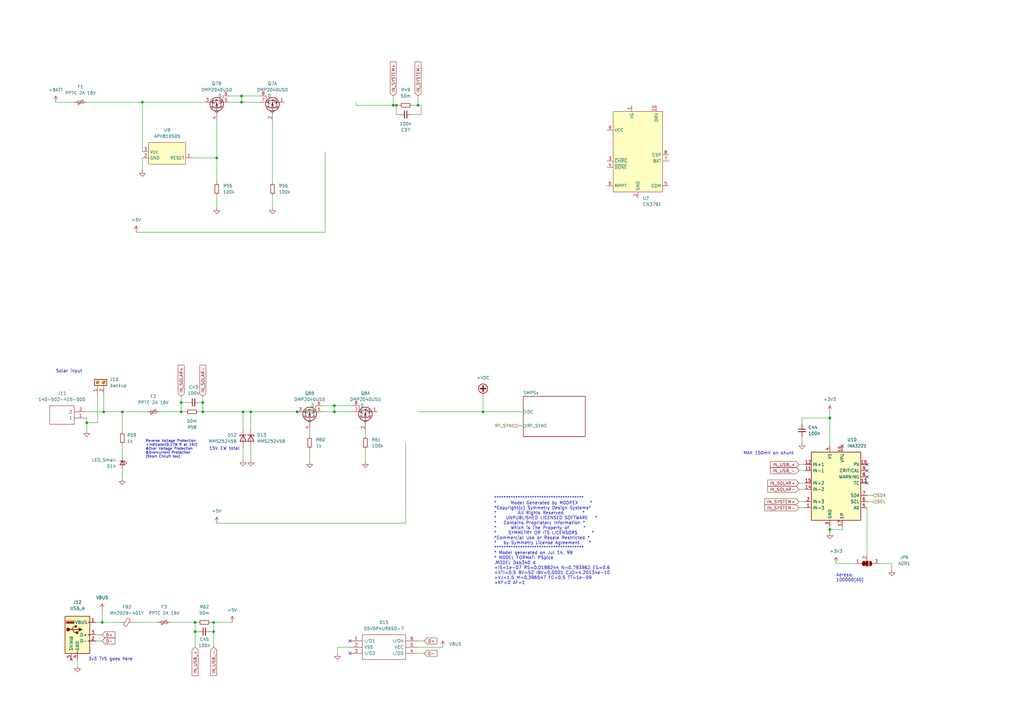
<source format=kicad_sch>
(kicad_sch (version 20211123) (generator eeschema)
  (paper "A3")
  (lib_symbols
    (symbol "Connector:Screw_Terminal_01x02" (pin_names (offset 1.016) hide)
      (property "Reference" "J" (at 0 2.54 0))
      (property "Value" "Screw_Terminal_01x02" (at 0 -5.08 0))
      (symbol "Screw_Terminal_01x02_1_1"
        (rectangle (start -1.27 1.27) (end 1.27 -3.81) (stroke (width 0.254)) (fill (type background)))
        (circle (center 0 -2.54) (radius 0.635) (stroke (width 0.1524)))
        (polyline (pts (xy -0.5334 -2.2098) (xy 0.3302 -3.048)) (stroke (width 0.1524)))
        (polyline (pts (xy -0.5334 0.3302) (xy 0.3302 -0.508)) (stroke (width 0.1524)))
        (polyline (pts (xy -0.3556 -2.032) (xy 0.508 -2.8702)) (stroke (width 0.1524)))
        (polyline (pts (xy -0.3556 0.508) (xy 0.508 -0.3302)) (stroke (width 0.1524)))
        (circle (center 0 0) (radius 0.635) (stroke (width 0.1524)))
        (pin passive line (at -5.08 0 0) (length 3.81) (name "Pin_1") (number "1"))
        (pin passive line (at -5.08 -2.54 0) (length 3.81) (name "Pin_2") (number "2"))
      )
    )
    (symbol "Connector:USB_A" (pin_names (offset 1.016))
      (property "Reference" "J" (at -5.08 11.43 0))
      (property "Value" "USB_A" (at -5.08 8.89 0))
      (symbol "USB_A_0_1"
        (rectangle (start -5.08 -7.62) (end 5.08 7.62) (stroke (width 0.254)) (fill (type background)))
        (circle (center -3.81 2.159) (radius 0.635) (stroke (width 0.254)) (fill (type outline)))
        (rectangle (start -1.524 4.826) (end -4.318 5.334) (fill (type outline)))
        (rectangle (start -1.27 4.572) (end -4.572 5.842))
        (circle (center -0.635 3.429) (radius 0.381) (stroke (width 0.254)) (fill (type outline)))
        (rectangle (start -0.127 -7.62) (end 0.127 -6.858))
        (polyline (pts (xy -3.175 2.159) (xy -2.54 2.159) (xy -1.27 3.429) (xy -0.635 3.429)) (stroke (width 0.254)))
        (polyline (pts (xy -2.54 2.159) (xy -1.905 2.159) (xy -1.27 0.889) (xy 0 0.889)) (stroke (width 0.254)))
        (polyline (pts (xy 0.635 2.794) (xy 0.635 1.524) (xy 1.905 2.159) (xy 0.635 2.794)) (stroke (width 0.254)) (fill (type outline)))
        (rectangle (start 0.254 1.27) (end -0.508 0.508) (stroke (width 0.254)) (fill (type outline)))
        (rectangle (start 5.08 -2.667) (end 4.318 -2.413))
        (rectangle (start 5.08 -0.127) (end 4.318 0.127))
        (rectangle (start 5.08 4.953) (end 4.318 5.207))
      )
      (symbol "USB_A_1_1"
        (polyline (pts (xy -1.905 2.159) (xy 0.635 2.159)) (stroke (width 0.254)))
        (pin power_in line (at 7.62 5.08 180) (length 2.54) (name "VBUS") (number "1"))
        (pin bidirectional line (at 7.62 -2.54 180) (length 2.54) (name "D-") (number "2"))
        (pin bidirectional line (at 7.62 0 180) (length 2.54) (name "D+") (number "3"))
        (pin power_in line (at 0 -10.16 90) (length 2.54) (name "GND") (number "4"))
        (pin passive line (at -2.54 -10.16 90) (length 2.54) (name "Shield") (number "5"))
      )
    )
    (symbol "Device:C_Small" (pin_numbers hide) (pin_names (offset 0.254) hide)
      (property "Reference" "C" (at 0.254 1.778 0))
      (property "Value" "C_Small" (at 0.254 -2.032 0))
      (symbol "C_Small_0_1"
        (polyline (pts (xy -1.524 -0.508) (xy 1.524 -0.508)) (stroke (width 0.3302)))
        (polyline (pts (xy -1.524 0.508) (xy 1.524 0.508)) (stroke (width 0.3048)))
      )
      (symbol "C_Small_1_1"
        (pin passive line (at 0 2.54 270) (length 2.032) (name "~") (number "1"))
        (pin passive line (at 0 -2.54 90) (length 2.032) (name "~") (number "2"))
      )
    )
    (symbol "Device:D_Zener" (pin_numbers hide) (pin_names (offset 1.016) hide)
      (property "Reference" "D" (at 0 2.54 0))
      (property "Value" "D_Zener" (at 0 -2.54 0))
      (symbol "D_Zener_0_1"
        (polyline (pts (xy 1.27 0) (xy -1.27 0)))
        (polyline (pts (xy -1.27 -1.27) (xy -1.27 1.27) (xy -0.762 1.27)) (stroke (width 0.254)))
        (polyline (pts (xy 1.27 -1.27) (xy 1.27 1.27) (xy -1.27 0) (xy 1.27 -1.27)) (stroke (width 0.254)))
      )
      (symbol "D_Zener_1_1"
        (pin passive line (at -3.81 0 0) (length 2.54) (name "K") (number "1"))
        (pin passive line (at 3.81 0 180) (length 2.54) (name "A") (number "2"))
      )
    )
    (symbol "Device:FerriteBead_Small" (pin_numbers hide) (pin_names (offset 0))
      (property "Reference" "FB" (at 1.905 1.27 0))
      (property "Value" "FerriteBead_Small" (at 1.905 -1.27 0))
      (symbol "FerriteBead_Small_0_1"
        (polyline (pts (xy 0 -1.27) (xy 0 -0.7874)))
        (polyline (pts (xy 0 0.889) (xy 0 1.2954)))
        (polyline (pts (xy -1.8288 0.2794) (xy -1.1176 1.4986) (xy 1.8288 -0.2032) (xy 1.1176 -1.4224) (xy -1.8288 0.2794)))
      )
      (symbol "FerriteBead_Small_1_1"
        (pin passive line (at 0 2.54 270) (length 1.27) (name "~") (number "1"))
        (pin passive line (at 0 -2.54 90) (length 1.27) (name "~") (number "2"))
      )
    )
    (symbol "Device:LED_Small" (pin_numbers hide) (pin_names (offset 0.254) hide)
      (property "Reference" "D" (at -1.27 3.175 0))
      (property "Value" "LED_Small" (at -4.445 -2.54 0))
      (symbol "LED_Small_0_1"
        (polyline (pts (xy -0.762 -1.016) (xy -0.762 1.016)) (stroke (width 0.254)))
        (polyline (pts (xy 1.016 0) (xy -0.762 0)))
        (polyline (pts (xy 0.762 -1.016) (xy -0.762 0) (xy 0.762 1.016) (xy 0.762 -1.016)) (stroke (width 0.254)))
        (polyline (pts (xy 0 0.762) (xy -0.508 1.27) (xy -0.254 1.27) (xy -0.508 1.27) (xy -0.508 1.016)))
        (polyline (pts (xy 0.508 1.27) (xy 0 1.778) (xy 0.254 1.778) (xy 0 1.778) (xy 0 1.524)))
      )
      (symbol "LED_Small_1_1"
        (pin passive line (at -2.54 0 0) (length 1.778) (name "K") (number "1"))
        (pin passive line (at 2.54 0 180) (length 1.778) (name "A") (number "2"))
      )
    )
    (symbol "Device:Polyfuse_Small" (pin_numbers hide) (pin_names (offset 0))
      (property "Reference" "F" (at -1.905 0 90))
      (property "Value" "Polyfuse_Small" (at 1.905 0 90))
      (symbol "Polyfuse_Small_0_1"
        (rectangle (start -0.508 1.27) (end 0.508 -1.27))
        (polyline (pts (xy 0 2.54) (xy 0 -2.54)))
        (polyline (pts (xy -1.016 1.27) (xy -1.016 0.762) (xy 1.016 -0.762) (xy 1.016 -1.27)))
      )
      (symbol "Polyfuse_Small_1_1"
        (pin passive line (at 0 2.54 270) (length 0.635) (name "~") (number "1"))
        (pin passive line (at 0 -2.54 90) (length 0.635) (name "~") (number "2"))
      )
    )
    (symbol "Device:R_Small" (pin_numbers hide) (pin_names (offset 0.254) hide)
      (property "Reference" "R" (at 0.762 0.508 0))
      (property "Value" "R_Small" (at 0.762 -1.016 0))
      (symbol "R_Small_0_1"
        (rectangle (start -0.762 1.778) (end 0.762 -1.778) (stroke (width 0.2032)))
      )
      (symbol "R_Small_1_1"
        (pin passive line (at 0 2.54 270) (length 0.762) (name "~") (number "1"))
        (pin passive line (at 0 -2.54 90) (length 0.762) (name "~") (number "2"))
      )
    )
    (symbol "Jumper:SolderJumper_3_Bridged12" (pin_names (offset 0) hide)
      (property "Reference" "JP" (at -2.54 -2.54 0))
      (property "Value" "SolderJumper_3_Bridged12" (at 0 2.794 0))
      (symbol "SolderJumper_3_Bridged12_0_1"
        (rectangle (start -1.016 0.508) (end -0.508 -0.508) (fill (type outline)))
        (arc (start -1.016 1.016) (mid -2.032 0) (end -1.016 -1.016))
        (arc (start -1.016 1.016) (mid -2.032 0) (end -1.016 -1.016) (fill (type outline)))
        (rectangle (start -0.508 1.016) (end 0.508 -1.016) (fill (type outline)))
        (polyline (pts (xy -2.54 0) (xy -2.032 0)))
        (polyline (pts (xy -1.016 1.016) (xy -1.016 -1.016)))
        (polyline (pts (xy 0 -1.27) (xy 0 -1.016)))
        (polyline (pts (xy 1.016 1.016) (xy 1.016 -1.016)))
        (polyline (pts (xy 2.54 0) (xy 2.032 0)))
        (arc (start 1.016 -1.016) (mid 2.032 0) (end 1.016 1.016))
        (arc (start 1.016 -1.016) (mid 2.032 0) (end 1.016 1.016) (fill (type outline)))
      )
      (symbol "SolderJumper_3_Bridged12_1_1"
        (pin passive line (at -5.08 0 0) (length 2.54) (name "A") (number "1"))
        (pin passive line (at 0 -3.81 90) (length 2.54) (name "C") (number "2"))
        (pin passive line (at 5.08 0 180) (length 2.54) (name "B") (number "3"))
      )
    )
    (symbol "My_custom_lib:APX810S05"
      (property "Reference" "U" (at 0 6.35 0))
      (property "Value" "APX810S05" (at 0 3.81 0))
      (symbol "APX810S05_0_1"
        (rectangle (start -6.35 5.08) (end 8.89 -3.81) (fill (type background)))
      )
      (symbol "APX810S05_1_1"
        (pin output line (at 11.43 -1.27 180) (length 2.54) (name "RESET") (number "1"))
        (pin power_in line (at -8.89 -1.27 0) (length 2.54) (name "GND") (number "2"))
        (pin power_in line (at -8.89 1.27 0) (length 2.54) (name "Vcc") (number "3"))
      )
    )
    (symbol "My_custom_lib:CN3791"
      (property "Reference" "U" (at 5.08 36.83 0))
      (property "Value" "CN3791" (at 5.08 36.83 0))
      (symbol "CN3791_0_1"
        (rectangle (start -10.16 17.78) (end 10.16 -15.24) (fill (type background)))
      )
      (symbol "CN3791_1_1"
        (pin input line (at -2.54 20.32 270) (length 2.54) (name "VG") (number "1"))
        (pin input line (at 7.62 20.32 270) (length 2.54) (name "DRV") (number "10"))
        (pin input line (at 0 -17.78 90) (length 2.54) (name "GND") (number "2"))
        (pin input line (at -12.7 -2.54 0) (length 2.54) (name "~{CHRG}") (number "3"))
        (pin input line (at -12.7 -5.08 0) (length 2.54) (name "~{DONE}") (number "4"))
        (pin input line (at 12.7 -12.7 180) (length 2.54) (name "COM") (number "5"))
        (pin input line (at -12.7 -12.7 0) (length 2.54) (name "MPPT") (number "6"))
        (pin input line (at 12.7 -2.54 180) (length 2.54) (name "BAT") (number "7"))
        (pin input line (at 12.7 0 180) (length 2.54) (name "CSP") (number "8"))
        (pin input line (at -12.7 10.16 0) (length 2.54) (name "VCC") (number "9"))
      )
    )
    (symbol "My_custom_lib:DMP2040USD"
      (property "Reference" "Q" (at -7.62 5.08 0))
      (property "Value" "DMP2040USD" (at -7.62 7.62 0))
      (symbol "DMP2040USD_0_1"
        (circle (center -0.889 0) (radius 2.794) (stroke (width 0.254)))
        (circle (center 0 -1.778) (radius 0.254) (fill (type outline)))
        (polyline (pts (xy -2.286 0) (xy -5.08 0)))
        (polyline (pts (xy -2.286 1.905) (xy -2.286 -1.905)) (stroke (width 0.254)))
        (polyline (pts (xy -1.778 -1.27) (xy -1.778 -2.286)) (stroke (width 0.254)))
        (polyline (pts (xy -1.778 0.508) (xy -1.778 -0.508)) (stroke (width 0.254)))
        (polyline (pts (xy -1.778 2.286) (xy -1.778 1.27)) (stroke (width 0.254)))
        (polyline (pts (xy 0 2.54) (xy 0 1.778)))
        (polyline (pts (xy 2.54 2.54) (xy 0 2.54)))
        (polyline (pts (xy 0 -2.54) (xy 0 0) (xy -1.778 0)))
        (polyline (pts (xy -1.778 1.778) (xy 0.762 1.778) (xy 0.762 -1.778) (xy -1.778 -1.778)))
        (polyline (pts (xy -0.254 0) (xy -1.27 0.381) (xy -1.27 -0.381) (xy -0.254 0)) (fill (type outline)))
        (polyline (pts (xy 0.254 -0.508) (xy 0.381 -0.381) (xy 1.143 -0.381) (xy 1.27 -0.254)))
        (polyline (pts (xy 0.762 -0.381) (xy 0.381 0.254) (xy 1.143 0.254) (xy 0.762 -0.381)))
        (circle (center 0 1.778) (radius 0.254) (fill (type outline)))
      )
      (symbol "DMP2040USD_1_1"
        (pin passive line (at 0 -5.08 90) (length 2.54) (name "S") (number "1"))
        (pin passive line (at -7.62 0 0) (length 2.54) (name "G") (number "2"))
        (pin passive line (at 0 5.08 270) (length 2.54) (name "D") (number "7"))
        (pin passive line (at 2.54 5.08 270) (length 2.54) (name "D") (number "8"))
      )
      (symbol "DMP2040USD_2_1"
        (pin passive line (at 0 -5.08 90) (length 2.54) (name "S") (number "3"))
        (pin passive line (at -7.62 0 0) (length 2.54) (name "G") (number "4"))
        (pin passive line (at 0 5.08 270) (length 2.54) (name "D") (number "5"))
        (pin passive line (at 2.54 5.08 270) (length 2.54) (name "D") (number "6"))
      )
    )
    (symbol "Power_Management:INA3221"
      (property "Reference" "U" (at -10.16 17.78 0))
      (property "Value" "INA3221" (at 5.08 17.78 0))
      (symbol "INA3221_0_1"
        (rectangle (start 10.16 -12.7) (end -10.16 15.24) (stroke (width 0.254)) (fill (type background)))
      )
      (symbol "INA3221_1_1"
        (pin input line (at -12.7 -7.62 0) (length 2.54) (name "IN-3") (number "1"))
        (pin open_collector line (at 12.7 10.16 180) (length 2.54) (name "PV") (number "10"))
        (pin input line (at -12.7 7.62 0) (length 2.54) (name "IN-1") (number "11"))
        (pin input line (at -12.7 10.16 0) (length 2.54) (name "IN+1") (number "12"))
        (pin open_collector line (at 12.7 2.54 180) (length 2.54) (name "TC") (number "13"))
        (pin input line (at -12.7 0 0) (length 2.54) (name "IN-2") (number "14"))
        (pin input line (at -12.7 2.54 0) (length 2.54) (name "IN+2") (number "15"))
        (pin power_in line (at 2.54 17.78 270) (length 2.54) (name "VPU") (number "16"))
        (pin passive line (at 2.54 -15.24 90) (length 2.54) (name "EP") (number "17"))
        (pin input line (at -12.7 -5.08 0) (length 2.54) (name "IN+3") (number "2"))
        (pin power_in line (at -2.54 -15.24 90) (length 2.54) (name "GND") (number "3"))
        (pin power_in line (at -2.54 17.78 270) (length 2.54) (name "VS") (number "4"))
        (pin input line (at 12.7 -7.62 180) (length 2.54) (name "A0") (number "5"))
        (pin input line (at 12.7 -5.08 180) (length 2.54) (name "SCL") (number "6"))
        (pin bidirectional line (at 12.7 -2.54 180) (length 2.54) (name "SDA") (number "7"))
        (pin open_collector line (at 12.7 5.08 180) (length 2.54) (name "WARNING") (number "8"))
        (pin open_collector line (at 12.7 7.62 180) (length 2.54) (name "CRITICAL") (number "9"))
      )
    )
    (symbol "SamacSys_Parts:140-502-415-000" (pin_names (offset 0.762))
      (property "Reference" "J" (at 16.51 7.62 0))
      (property "Value" "140-502-415-000" (at 16.51 5.08 0))
      (symbol "140-502-415-000_0_0"
        (pin passive line (at 0 0 0) (length 5.08) (name "1") (number "1"))
        (pin passive line (at 0 -2.54 0) (length 5.08) (name "2") (number "2"))
      )
      (symbol "140-502-415-000_0_1"
        (polyline (pts (xy 5.08 2.54) (xy 15.24 2.54) (xy 15.24 -5.08) (xy 5.08 -5.08) (xy 5.08 2.54)) (stroke (width 0.1524)))
      )
    )
    (symbol "SamacSys_Parts:D5V0P4UR6SO-7" (pin_names (offset 0.762))
      (property "Reference" "D" (at 24.13 7.62 0))
      (property "Value" "D5V0P4UR6SO-7" (at 24.13 5.08 0))
      (symbol "D5V0P4UR6SO-7_0_0"
        (pin passive line (at 0 0 0) (length 5.08) (name "I/O1") (number "1"))
        (pin passive line (at 0 -2.54 0) (length 5.08) (name "VSS") (number "2"))
        (pin passive line (at 0 -5.08 0) (length 5.08) (name "I/O2") (number "3"))
        (pin passive line (at 27.94 -5.08 180) (length 5.08) (name "I/O3") (number "4"))
        (pin passive line (at 27.94 -2.54 180) (length 5.08) (name "VCC") (number "5"))
        (pin passive line (at 27.94 0 180) (length 5.08) (name "I/O4") (number "6"))
      )
      (symbol "D5V0P4UR6SO-7_0_1"
        (polyline (pts (xy 5.08 2.54) (xy 22.86 2.54) (xy 22.86 -7.62) (xy 5.08 -7.62) (xy 5.08 2.54)) (stroke (width 0.1524)))
      )
    )
    (symbol "power:+3V3" (power) (pin_names (offset 0))
      (property "Value" "+3V3" (at 0 3.556 0))
      (symbol "+3V3_0_1"
        (polyline (pts (xy -0.762 1.27) (xy 0 2.54)))
        (polyline (pts (xy 0 0) (xy 0 2.54)))
        (polyline (pts (xy 0 2.54) (xy 0.762 1.27)))
      )
      (symbol "+3V3_1_1"
        (pin power_in line (at 0 0 90) (length 0) hide (name "+3V3") (number "1"))
      )
    )
    (symbol "power:+5V" (power) (pin_names (offset 0))
      (property "Value" "+5V" (at 0 3.556 0))
      (symbol "+5V_0_1"
        (polyline (pts (xy -0.762 1.27) (xy 0 2.54)))
        (polyline (pts (xy 0 0) (xy 0 2.54)))
        (polyline (pts (xy 0 2.54) (xy 0.762 1.27)))
      )
      (symbol "+5V_1_1"
        (pin power_in line (at 0 0 90) (length 0) hide (name "+5V") (number "1"))
      )
    )
    (symbol "power:+BATT" (power) (pin_names (offset 0))
      (property "Value" "+BATT" (at 0 3.556 0))
      (symbol "+BATT_0_1"
        (polyline (pts (xy -0.762 1.27) (xy 0 2.54)))
        (polyline (pts (xy 0 0) (xy 0 2.54)))
        (polyline (pts (xy 0 2.54) (xy 0.762 1.27)))
      )
      (symbol "+BATT_1_1"
        (pin power_in line (at 0 0 90) (length 0) hide (name "+BATT") (number "1"))
      )
    )
    (symbol "power:+VDC" (power) (pin_names (offset 0))
      (property "Value" "+VDC" (at 0 6.35 0))
      (symbol "+VDC_0_1"
        (polyline (pts (xy -1.143 3.175) (xy 1.143 3.175)) (stroke (width 0.508)))
        (polyline (pts (xy 0 0) (xy 0 1.27)))
        (polyline (pts (xy 0 2.032) (xy 0 4.318)) (stroke (width 0.508)))
        (circle (center 0 3.175) (radius 1.905) (stroke (width 0.254)))
      )
      (symbol "+VDC_1_1"
        (pin power_in line (at 0 0 90) (length 0) hide (name "+VDC") (number "1"))
      )
    )
    (symbol "power:GND" (power) (pin_names (offset 0))
      (property "Value" "GND" (at 0 -3.81 0))
      (symbol "GND_0_1"
        (polyline (pts (xy 0 0) (xy 0 -1.27) (xy 1.27 -1.27) (xy 0 -2.54) (xy -1.27 -1.27) (xy 0 -1.27)))
      )
      (symbol "GND_1_1"
        (pin power_in line (at 0 0 270) (length 0) hide (name "GND") (number "1"))
      )
    )
    (symbol "power:VBUS" (power) (pin_names (offset 0))
      (property "Value" "VBUS" (at 0 3.81 0))
      (symbol "VBUS_0_1"
        (polyline (pts (xy -0.762 1.27) (xy 0 2.54)))
        (polyline (pts (xy 0 0) (xy 0 2.54)))
        (polyline (pts (xy 0 2.54) (xy 0.762 1.27)))
      )
      (symbol "VBUS_1_1"
        (pin power_in line (at 0 0 90) (length 0) hide (name "VBUS") (number "1"))
      )
    )
  )
  (junction (at 83.185 168.91))
  (junction (at 88.9 64.77))
  (junction (at 58.42 41.91))
  (junction (at 80.01 259.08))
  (junction (at 41.91 255.27))
  (junction (at 340.36 171.45))
  (junction (at 74.295 165.1))
  (junction (at 83.185 165.1))
  (junction (at 74.295 168.91))
  (junction (at 198.12 168.91))
  (junction (at 80.01 255.27))
  (junction (at 99.06 39.37))
  (junction (at 161.29 43.18))
  (junction (at 137.16 168.91))
  (junction (at 171.45 43.18))
  (junction (at 102.87 168.91))
  (junction (at 87.63 259.08))
  (junction (at 35.56 173.355))
  (junction (at 137.16 166.37))
  (junction (at 121.92 168.91))
  (junction (at 162.56 43.18))
  (junction (at 99.06 41.91))
  (junction (at 50.165 168.91))
  (junction (at 87.63 255.27))
  (junction (at 340.36 217.17))
  (junction (at 42.545 168.91))
  (junction (at 99.695 168.91))
  (no_connect (at 355.6 198.12))
  (no_connect (at 29.21 270.51))
  (no_connect (at 355.6 195.58))
  (no_connect (at 143.51 267.97))
  (no_connect (at 143.51 262.89))
  (no_connect (at 355.6 193.04))
  (no_connect (at 345.44 182.88))
  (no_connect (at 355.6 190.5))
  (wire (pts (xy 58.42 41.91) (xy 83.82 41.91)))
  (wire (pts (xy 149.86 184.15) (xy 149.86 189.23)))
  (wire (pts (xy 74.295 165.1) (xy 76.835 165.1)))
  (wire (pts (xy 22.86 41.91) (xy 30.48 41.91)))
  (wire (pts (xy 340.36 171.45) (xy 340.36 182.88)))
  (wire (pts (xy 86.36 255.27) (xy 87.63 255.27)))
  (wire (pts (xy 168.91 46.99) (xy 172.72 46.99)))
  (wire (pts (xy 171.45 262.89) (xy 173.99 262.89)))
  (wire (pts (xy 35.56 173.355) (xy 35.56 176.53)))
  (wire (pts (xy 83.185 168.91) (xy 83.185 165.1)))
  (wire (pts (xy 87.63 259.08) (xy 87.63 265.43)))
  (wire (pts (xy 41.91 250.19) (xy 41.91 255.27)))
  (wire (pts (xy 50.165 168.91) (xy 60.325 168.91)))
  (wire (pts (xy 87.63 255.27) (xy 87.63 259.08)))
  (wire (pts (xy 83.185 165.1) (xy 83.185 162.56)))
  (wire (pts (xy 88.9 64.77) (xy 88.9 74.93)))
  (wire (pts (xy 181.61 265.43) (xy 171.45 265.43)))
  (wire (pts (xy 355.6 205.74) (xy 358.14 205.74)))
  (wire (pts (xy 65.405 168.91) (xy 74.295 168.91)))
  (wire (pts (xy 35.56 168.91) (xy 42.545 168.91)))
  (wire (pts (xy 41.91 255.27) (xy 49.53 255.27)))
  (wire (pts (xy 93.98 39.37) (xy 99.06 39.37)))
  (wire (pts (xy 55.88 95.25) (xy 133.35 95.25)))
  (wire (pts (xy 340.36 215.9) (xy 340.36 217.17)))
  (wire (pts (xy 35.56 173.355) (xy 40.005 173.355)))
  (wire (pts (xy 171.45 39.37) (xy 171.45 43.18)))
  (wire (pts (xy 99.06 39.37) (xy 99.06 41.91)))
  (wire (pts (xy 99.695 183.515) (xy 99.695 188.595)))
  (wire (pts (xy 40.005 161.925) (xy 40.005 173.355)))
  (wire (pts (xy 161.29 39.37) (xy 161.29 43.18)))
  (wire (pts (xy 80.01 259.08) (xy 81.28 259.08)))
  (wire (pts (xy 360.68 231.14) (xy 365.76 231.14)))
  (wire (pts (xy 58.42 64.77) (xy 58.42 69.85)))
  (wire (pts (xy 355.6 208.28) (xy 355.6 227.33)))
  (wire (pts (xy 31.75 270.51) (xy 31.75 273.05)))
  (wire (pts (xy 99.06 41.91) (xy 106.68 41.91)))
  (wire (pts (xy 163.83 46.99) (xy 162.56 46.99)))
  (wire (pts (xy 111.76 49.53) (xy 111.76 74.93)))
  (wire (pts (xy 328.93 179.07) (xy 328.93 181.61)))
  (wire (pts (xy 83.185 168.91) (xy 99.695 168.91)))
  (wire (pts (xy 39.37 262.89) (xy 41.91 262.89)))
  (wire (pts (xy 127 176.53) (xy 127 179.07)))
  (wire (pts (xy 342.9 231.14) (xy 350.52 231.14)))
  (wire (pts (xy 132.08 166.37) (xy 137.16 166.37)))
  (wire (pts (xy 138.43 265.43) (xy 143.51 265.43)))
  (wire (pts (xy 127 184.15) (xy 127 189.23)))
  (wire (pts (xy 345.44 217.17) (xy 340.36 217.17)))
  (wire (pts (xy 146.05 43.18) (xy 161.29 43.18)))
  (wire (pts (xy 171.45 267.97) (xy 173.99 267.97)))
  (wire (pts (xy 327.66 205.74) (xy 330.2 205.74)))
  (wire (pts (xy 166.37 181.61) (xy 166.37 214.63)))
  (wire (pts (xy 58.42 41.91) (xy 58.42 62.23)))
  (wire (pts (xy 35.56 41.91) (xy 58.42 41.91)))
  (wire (pts (xy 88.9 49.53) (xy 88.9 64.77)))
  (wire (pts (xy 102.87 183.515) (xy 102.87 188.595)))
  (wire (pts (xy 42.545 161.925) (xy 42.545 168.91)))
  (wire (pts (xy 327.66 190.5) (xy 330.2 190.5)))
  (wire (pts (xy 80.01 255.27) (xy 81.28 255.27)))
  (wire (pts (xy 35.56 171.45) (xy 35.56 173.355)))
  (wire (pts (xy 146.05 41.91) (xy 146.05 43.18)))
  (wire (pts (xy 162.56 43.18) (xy 162.56 46.99)))
  (wire (pts (xy 345.44 215.9) (xy 345.44 217.17)))
  (wire (pts (xy 365.76 231.14) (xy 365.76 233.68)))
  (wire (pts (xy 149.86 176.53) (xy 149.86 179.07)))
  (wire (pts (xy 102.87 168.91) (xy 102.87 175.895)))
  (wire (pts (xy 161.29 43.18) (xy 162.56 43.18)))
  (wire (pts (xy 50.165 196.215) (xy 50.165 192.405)))
  (wire (pts (xy 87.63 255.27) (xy 95.25 255.27)))
  (wire (pts (xy 137.16 166.37) (xy 137.16 168.91)))
  (wire (pts (xy 102.87 168.91) (xy 121.92 168.91)))
  (wire (pts (xy 39.37 260.35) (xy 41.91 260.35)))
  (wire (pts (xy 162.56 43.18) (xy 163.83 43.18)))
  (wire (pts (xy 74.295 168.91) (xy 76.2 168.91)))
  (wire (pts (xy 137.16 166.37) (xy 144.78 166.37)))
  (wire (pts (xy 212.725 174.625) (xy 214.63 174.625)))
  (wire (pts (xy 50.165 168.91) (xy 50.165 177.165)))
  (wire (pts (xy 328.93 173.99) (xy 328.93 171.45)))
  (wire (pts (xy 111.76 80.01) (xy 111.76 85.09)))
  (wire (pts (xy 137.16 168.91) (xy 144.78 168.91)))
  (wire (pts (xy 138.43 265.43) (xy 138.43 267.97)))
  (wire (pts (xy 80.01 265.43) (xy 80.01 259.08)))
  (wire (pts (xy 54.61 255.27) (xy 64.77 255.27)))
  (wire (pts (xy 327.66 208.28) (xy 330.2 208.28)))
  (wire (pts (xy 88.9 214.63) (xy 166.37 214.63)))
  (wire (pts (xy 168.91 43.18) (xy 171.45 43.18)))
  (wire (pts (xy 93.98 41.91) (xy 99.06 41.91)))
  (wire (pts (xy 81.915 165.1) (xy 83.185 165.1)))
  (wire (pts (xy 99.695 168.91) (xy 102.87 168.91)))
  (wire (pts (xy 50.165 187.325) (xy 50.165 182.245)))
  (wire (pts (xy 327.66 198.12) (xy 330.2 198.12)))
  (wire (pts (xy 131.445 168.91) (xy 121.92 168.91)))
  (wire (pts (xy 42.545 168.91) (xy 50.165 168.91)))
  (wire (pts (xy 86.36 259.08) (xy 87.63 259.08)))
  (wire (pts (xy 74.295 165.1) (xy 74.295 162.56)))
  (wire (pts (xy 99.06 39.37) (xy 106.68 39.37)))
  (wire (pts (xy 340.36 168.91) (xy 340.36 171.45)))
  (wire (pts (xy 340.36 217.17) (xy 340.36 218.44)))
  (wire (pts (xy 171.45 43.18) (xy 172.72 43.18)))
  (wire (pts (xy 172.72 46.99) (xy 172.72 43.18)))
  (wire (pts (xy 39.37 255.27) (xy 41.91 255.27)))
  (wire (pts (xy 355.6 203.2) (xy 358.14 203.2)))
  (wire (pts (xy 198.12 168.91) (xy 214.63 168.91)))
  (wire (pts (xy 132.08 168.91) (xy 137.16 168.91)))
  (wire (pts (xy 327.66 193.04) (xy 330.2 193.04)))
  (wire (pts (xy 74.295 168.91) (xy 74.295 165.1)))
  (wire (pts (xy 80.01 255.27) (xy 80.01 259.08)))
  (wire (pts (xy 69.85 255.27) (xy 80.01 255.27)))
  (wire (pts (xy 78.74 64.77) (xy 88.9 64.77)))
  (wire (pts (xy 81.28 168.91) (xy 83.185 168.91)))
  (wire (pts (xy 327.66 200.66) (xy 330.2 200.66)))
  (wire (pts (xy 328.93 171.45) (xy 340.36 171.45)))
  (wire (pts (xy 171.45 168.91) (xy 198.12 168.91)))
  (wire (pts (xy 198.12 162.56) (xy 198.12 168.91)))
  (wire (pts (xy 88.9 80.01) (xy 88.9 85.09)))
  (wire (pts (xy 133.35 62.23) (xy 133.35 95.25)))
  (wire (pts (xy 99.695 168.91) (xy 99.695 175.895)))
  (text "MAX 150mV on shunt" (at 304.8 186.69 0) (effects (font (size 1.27 1.27)) (justify left bottom)))
  (text "Reverse Voltage Protection\n+Indicator(0.17W R at 15V)\n&Over Voltage Protection\n&Overcurrent Protection\n(Short Circuit too)\n" (at 59.69 187.96 0) (effects (font (size 1 1)) (justify left bottom)))
  (text "**************************************\n*      Model Generated by MODPEX     *\n*Copyright(c) Symmetry Design Systems*\n*         All Rights Reserved        *\n*    UNPUBLISHED LICENSED SOFTWARE   *\n*   Contains Proprietary Information *\n*      Which is The Property of      *\n*     SYMMETRY OR ITS LICENSORS      *\n*Commercial Use or Resale Restricted *\n*   by Symmetry License Agreement    *\n**************************************\n* Model generated on Jul 14, 99\n* MODEL FORMAT: PSpice\n.MODEL Dsb340 d\n+IS=1e-07 RS=0.0188244 N=0.793962 EG=0.6\n+XTI=0.5 BV=52 IBV=0.0001 CJO=4.20134e-10\n+VJ=1.5 M=0.396547 FC=0.5 TT=1e-09\n+KF=0 AF=1\n\n" (at 202.565 241.935 0) (effects (font (size 1.27 1.27)) (justify left bottom)))
  (text "Solar input" (at 22.86 153.035 0) (effects (font (size 1.27 1.27)) (justify left bottom)))
  (text "15V 1W total" (at 85.725 184.785 0) (effects (font (size 1.27 1.27)) (justify left bottom)))
  (text "3v3 TVS goes here\n" (at 36.195 271.145 0) (effects (font (size 1.27 1.27)) (justify left bottom)))
  (text "Adress:\n100000[A0]" (at 342.9 238.76 0) (effects (font (size 1.27 1.27)) (justify left bottom)))
  (global_label "IN_SOLAR+" (shape input) (at 327.66 198.12 180) (property "Intersheet References" "${INTERSHEET_REFS}" (effects hide)))
  (global_label "IN_USB_+" (shape input) (at 80.01 265.43 270) (property "Intersheet References" "${INTERSHEET_REFS}" (effects hide)))
  (global_label "IN_SYSTEM-" (shape input) (at 327.66 208.28 180) (property "Intersheet References" "${INTERSHEET_REFS}" (effects hide)))
  (global_label "D+" (shape input) (at 173.99 262.89 0) (property "Intersheet References" "${INTERSHEET_REFS}" (effects hide)))
  (global_label "IN_SYSTEM-" (shape input) (at 171.45 39.37 90) (property "Intersheet References" "${INTERSHEET_REFS}" (effects hide)))
  (global_label "IN_SOLAR+" (shape input) (at 74.295 162.56 90) (property "Intersheet References" "${INTERSHEET_REFS}" (effects hide)))
  (global_label "IN_USB_-" (shape input) (at 87.63 265.43 270) (property "Intersheet References" "${INTERSHEET_REFS}" (effects hide)))
  (global_label "IN_SOLAR-" (shape input) (at 83.185 162.56 90) (property "Intersheet References" "${INTERSHEET_REFS}" (effects hide)))
  (global_label "D-" (shape input) (at 173.99 267.97 0) (property "Intersheet References" "${INTERSHEET_REFS}" (effects hide)))
  (global_label "IN_SYSTEM+" (shape input) (at 161.29 39.37 90) (property "Intersheet References" "${INTERSHEET_REFS}" (effects hide)))
  (global_label "IN_SOLAR-" (shape input) (at 327.66 200.66 180) (property "Intersheet References" "${INTERSHEET_REFS}" (effects hide)))
  (global_label "IN_SYSTEM+" (shape input) (at 327.66 205.74 180) (property "Intersheet References" "${INTERSHEET_REFS}" (effects hide)))
  (global_label "D+" (shape input) (at 41.91 260.35 0) (property "Intersheet References" "${INTERSHEET_REFS}" (effects hide)))
  (global_label "D-" (shape input) (at 41.91 262.89 0) (property "Intersheet References" "${INTERSHEET_REFS}" (effects hide)))
  (global_label "IN_USB_+" (shape input) (at 327.66 190.5 180) (property "Intersheet References" "${INTERSHEET_REFS}" (effects hide)))
  (global_label "IN_USB_-" (shape input) (at 327.66 193.04 180) (property "Intersheet References" "${INTERSHEET_REFS}" (effects hide)))
  (hierarchical_label "SCL" (shape input) (at 358.14 205.74 0))
  (hierarchical_label "RF_SYNC" (shape input) (at 212.725 174.625 180))
  (hierarchical_label "SDA" (shape input) (at 358.14 203.2 0))
  (symbol (lib_id "power:+3V3") (at 340.36 168.91 0) (unit 1)
    (property "Reference" "#PWR0125" (effects hide))
    (property "Value" "+3V3" (at 340.36 163.83 0))
  )
  (symbol (lib_id "Device:R_Small") (at 111.76 77.47 0) (unit 1)
    (property "Reference" "R56" (at 114.3 76.1999 0) (effects (justify left)))
    (property "Value" "100k" (at 114.3 78.7399 0) (effects (justify left)))
    (property "Footprint" "Resistor_SMD:R_0603_1608Metric_Pad0.98x0.95mm_HandSolder" (effects hide))
  )
  (symbol (lib_id "power:GND") (at 102.87 188.595 0) (unit 1)
    (property "Reference" "#PWR0129" (effects hide))
    (property "Value" "GND" (effects hide))
  )
  (symbol (lib_id "Jumper:SolderJumper_3_Bridged12") (at 355.6 231.14 0) (mirror x) (unit 1) (in_bom no)
    (property "Reference" "JP6" (at 370.84 228.6 0))
    (property "Value" "ADR1" (at 370.84 231.14 0))
    (property "Footprint" "Jumper:SolderJumper-3_P1.3mm_Bridged12_RoundedPad1.0x1.5mm_NumberLabels" (effects hide))
  )
  (symbol (lib_id "Device:Polyfuse_Small") (at 67.31 255.27 90) (unit 1)
    (property "Reference" "F3" (at 67.31 248.92 90))
    (property "Value" "PPTC 2A 16V" (at 67.31 251.46 90))
    (property "Footprint" "Fuse:Fuse_1812_4532Metric_Pad1.30x3.40mm_HandSolder" (effects hide))
  )
  (symbol (lib_id "Device:R_Small") (at 83.82 255.27 90) (unit 1)
    (property "Reference" "R62" (at 83.82 248.92 90))
    (property "Value" "50m" (at 83.82 251.46 90))
    (property "Footprint" "Resistor_SMD:R_0805_2012Metric" (effects hide))
  )
  (symbol (lib_id "Device:C_Small") (at 83.82 259.08 90) (unit 1)
    (property "Reference" "C45" (at 83.82 262.255 90))
    (property "Value" "100n" (at 83.82 264.795 90))
    (property "Footprint" "Capacitor_SMD:C_0603_1608Metric_Pad1.08x0.95mm_HandSolder" (effects hide))
  )
  (symbol (lib_id "power:GND") (at 50.165 196.215 0) (unit 1)
    (property "Reference" "#PWR0132" (effects hide))
    (property "Value" "GND" (effects hide))
  )
  (symbol (lib_id "power:GND") (at 138.43 267.97 0) (unit 1)
    (property "Reference" "#PWR0140" (effects hide))
    (property "Value" "GND" (effects hide))
  )
  (symbol (lib_id "Device:R_Small") (at 88.9 77.47 0) (unit 1)
    (property "Reference" "R55" (at 91.44 76.1999 0) (effects (justify left)))
    (property "Value" "100k" (at 91.44 78.7399 0) (effects (justify left)))
    (property "Footprint" "Resistor_SMD:R_0603_1608Metric_Pad0.98x0.95mm_HandSolder" (effects hide))
  )
  (symbol (lib_id "My_custom_lib:DMP2040USD") (at 88.9 41.91 270) (mirror x) (unit 2)
    (property "Reference" "Q7" (at 88.9 34.29 90))
    (property "Value" "DMP2040USD" (at 88.9 36.83 90))
    (property "Footprint" "Package_SO:SO-8_3.9x4.9mm_P1.27mm" (effects hide))
  )
  (symbol (lib_id "My_custom_lib:CN3791") (at 261.62 63.5 0) (unit 1)
    (property "Reference" "U?" (at 263.6394 81.28 0) (effects (justify left)))
    (property "Value" "CN3791" (at 263.6394 83.82 0) (effects (justify left)))
    (property "Footprint" "Package_SO:SSOP-10_3.9x4.9mm_P1.00mm" (effects hide))
    (property "Datasheet" "http://www.consonance-elec.com/en/static/upload/file/20220426/1650944536175148.pdf" (effects hide))
  )
  (symbol (lib_id "Connector:Screw_Terminal_01x02") (at 40.005 156.845 90) (unit 1)
    (property "Reference" "J10" (at 45.085 155.5749 90) (effects (justify right)))
    (property "Value" "backup" (at 45.085 158.1149 90) (effects (justify right)))
    (property "Footprint" "TerminalBlock:TerminalBlock_Altech_AK300-2_P5.00mm" (effects hide))
  )
  (symbol (lib_id "Device:Polyfuse_Small") (at 62.865 168.91 90) (unit 1)
    (property "Reference" "F2" (at 62.865 162.56 90))
    (property "Value" "PPTC 2A 16V" (at 62.865 165.1 90))
    (property "Footprint" "Fuse:Fuse_1812_4532Metric_Pad1.30x3.40mm_HandSolder" (effects hide))
  )
  (symbol (lib_id "Device:C_Small") (at 328.93 176.53 0) (unit 1)
    (property "Reference" "C44" (at 331.47 175.2662 0) (effects (justify left)))
    (property "Value" "100n" (at 331.47 177.8062 0) (effects (justify left)))
    (property "Footprint" "Capacitor_SMD:C_0603_1608Metric_Pad1.08x0.95mm_HandSolder" (effects hide))
  )
  (symbol (lib_id "power:+5V") (at 95.25 255.27 0) (unit 1)
    (property "Reference" "#PWR0138" (effects hide))
    (property "Value" "+5V" (at 95.25 250.19 0))
  )
  (symbol (lib_id "power:GND") (at 58.42 69.85 0) (unit 1)
    (property "Reference" "#PWR0115" (effects hide))
    (property "Value" "GND" (effects hide))
  )
  (symbol (lib_id "power:GND") (at 99.695 188.595 0) (mirror y) (unit 1)
    (property "Reference" "#PWR0128" (effects hide))
    (property "Value" "GND" (effects hide))
  )
  (symbol (lib_id "Device:D_Zener") (at 99.695 179.705 90) (mirror x) (unit 1)
    (property "Reference" "D12" (at 97.155 178.4349 90) (effects (justify left)))
    (property "Value" "MMSZ5245B" (at 97.155 180.9749 90) (effects (justify left)))
    (property "Footprint" "Diode_SMD:D_SOD-123" (effects hide))
  )
  (symbol (lib_id "Device:C_Small") (at 79.375 165.1 90) (unit 1)
    (property "Reference" "C43" (at 79.3813 158.75 90))
    (property "Value" "100n" (at 79.3813 161.29 90))
    (property "Footprint" "Capacitor_SMD:C_0603_1608Metric_Pad1.08x0.95mm_HandSolder" (effects hide))
  )
  (symbol (lib_id "power:GND") (at 149.86 189.23 0) (unit 1)
    (property "Reference" "#PWR0131" (effects hide))
    (property "Value" "GND" (effects hide))
  )
  (symbol (lib_id "Power_Management:INA3221") (at 342.9 200.66 0) (unit 1)
    (property "Reference" "U10" (at 347.4594 180.34 0) (effects (justify left)))
    (property "Value" "INA3221" (at 347.4594 182.88 0) (effects (justify left)))
    (property "Footprint" "Package_DFN_QFN:Texas_RGV_S-PVQFN-N16_EP2.1x2.1mm" (effects hide))
    (property "Datasheet" "http://www.ti.com/lit/ds/symlink/ina3221.pdf" (effects hide))
  )
  (symbol (lib_id "Device:R_Small") (at 78.74 168.91 90) (mirror x) (unit 1)
    (property "Reference" "R58" (at 78.74 175.26 90))
    (property "Value" "50m" (at 78.74 172.72 90))
    (property "Footprint" "Resistor_SMD:R_0805_2012Metric" (effects hide))
  )
  (symbol (lib_id "Connector:USB_A") (at 31.75 260.35 0) (unit 1)
    (property "Reference" "J12" (at 31.75 247.015 0))
    (property "Value" "USB_A" (at 31.75 249.555 0))
    (property "Footprint" "Connector_USB:USB_A_Molex_105057_Vertical" (effects hide))
    (property "Datasheet" " ~" (effects hide))
  )
  (symbol (lib_id "power:GND") (at 31.75 273.05 0) (unit 1)
    (property "Reference" "#PWR0141" (effects hide))
    (property "Value" "GND" (effects hide))
  )
  (symbol (lib_id "power:GND") (at 365.76 233.68 0) (mirror y) (unit 1)
    (property "Reference" "#PWR0136" (effects hide))
    (property "Value" "GND" (effects hide))
  )
  (symbol (lib_id "power:VBUS") (at 181.61 265.43 0) (unit 1)
    (property "Reference" "#PWR0139" (effects hide))
    (property "Value" "VBUS" (at 184.15 264.1599 0) (effects (justify left)))
  )
  (symbol (lib_id "power:VBUS") (at 41.91 250.19 0) (unit 1)
    (property "Reference" "#PWR0137" (effects hide))
    (property "Value" "VBUS" (at 41.91 245.11 0))
  )
  (symbol (lib_id "power:GND") (at 35.56 176.53 0) (unit 1)
    (property "Reference" "#PWR0126" (effects hide))
    (property "Value" "GND" (effects hide))
  )
  (symbol (lib_id "power:GND") (at 328.93 181.61 0) (unit 1)
    (property "Reference" "#PWR0127" (effects hide))
    (property "Value" "GND" (effects hide))
  )
  (symbol (lib_id "Device:R_Small") (at 149.86 181.61 0) (unit 1)
    (property "Reference" "R61" (at 152.4 180.3399 0) (effects (justify left)))
    (property "Value" "100k" (at 152.4 182.8799 0) (effects (justify left)))
    (property "Footprint" "Resistor_SMD:R_0603_1608Metric_Pad0.98x0.95mm_HandSolder" (effects hide))
  )
  (symbol (lib_id "My_custom_lib:APX810S05") (at 67.31 63.5 0) (unit 1)
    (property "Reference" "U9" (at 68.58 53.34 0))
    (property "Value" "APX810S05" (at 68.58 55.88 0))
    (property "Footprint" "Package_TO_SOT_SMD:SOT-23" (effects hide))
  )
  (symbol (lib_id "My_custom_lib:DMP2040USD") (at 111.76 41.91 90) (unit 1)
    (property "Reference" "Q7" (at 111.76 34.29 90))
    (property "Value" "DMP2040USD" (at 111.76 36.83 90))
    (property "Footprint" "Package_SO:SO-8_3.9x4.9mm_P1.27mm" (effects hide))
  )
  (symbol (lib_id "Device:FerriteBead_Small") (at 52.07 255.27 90) (unit 1)
    (property "Reference" "FB2" (at 52.0319 248.92 90))
    (property "Value" "MH2029-401Y" (at 52.0319 251.46 90))
    (property "Footprint" "Resistor_SMD:R_0805_2012Metric_Pad1.20x1.40mm_HandSolder" (effects hide))
  )
  (symbol (lib_id "power:+5V") (at 55.88 95.25 0) (mirror y) (unit 1)
    (property "Reference" "#PWR0123" (effects hide))
    (property "Value" "+5V" (at 55.88 90.17 0))
  )
  (symbol (lib_id "Device:R_Small") (at 50.165 179.705 0) (unit 1)
    (property "Reference" "R59" (at 52.07 178.4349 0) (effects (justify left)))
    (property "Value" "1k" (at 52.07 180.9749 0) (effects (justify left)))
    (property "Footprint" "Resistor_SMD:R_0603_1608Metric_Pad0.98x0.95mm_HandSolder" (effects hide))
  )
  (symbol (lib_id "Device:R_Small") (at 166.37 43.18 90) (unit 1)
    (property "Reference" "R49" (at 166.37 36.83 90))
    (property "Value" "50m" (at 166.37 39.37 90))
    (property "Footprint" "Resistor_SMD:R_0805_2012Metric" (effects hide))
  )
  (symbol (lib_id "SamacSys_Parts:D5V0P4UR6SO-7") (at 143.51 262.89 0) (unit 1)
    (property "Reference" "D15" (at 157.48 255.27 0))
    (property "Value" "D5V0P4UR6SO-7" (at 157.48 257.81 0))
    (property "Footprint" "SamacSys_Parts:SOT95P285X140-6N" (effects hide))
    (property "Datasheet" "https://www.arrow.com/en/products/d5v0p4ur6so-7/diodes-incorporated" (effects hide))
    (property "Description" "ESD Suppressors / TVS Diodes General Protection PP" (effects hide))
    (property "Height" "1.4" (effects hide))
    (property "Mouser Part Number" "621-D5V0P4UR6SO-7" (effects hide))
    (property "Mouser Price/Stock" "https://www.mouser.co.uk/ProductDetail/Diodes-Incorporated/D5V0P4UR6SO-7?qs=rN85NNvew%2FSjbewGRfhy7A%3D%3D" (effects hide))
    (property "Manufacturer_Name" "Diodes Inc." (effects hide))
    (property "Manufacturer_Part_Number" "D5V0P4UR6SO-7" (effects hide))
  )
  (symbol (lib_id "power:GND") (at 340.36 218.44 0) (unit 1)
    (property "Reference" "#PWR0134" (effects hide))
    (property "Value" "GND" (effects hide))
  )
  (symbol (lib_id "My_custom_lib:DMP2040USD") (at 127 168.91 270) (mirror x) (unit 2)
    (property "Reference" "Q8" (at 127 161.29 90))
    (property "Value" "DMP2040USD" (at 127 163.83 90))
    (property "Footprint" "Package_SO:SO-8_3.9x4.9mm_P1.27mm" (effects hide))
  )
  (symbol (lib_id "Device:R_Small") (at 127 181.61 0) (unit 1)
    (property "Reference" "R60" (at 129.54 180.3399 0) (effects (justify left)))
    (property "Value" "1k" (at 129.54 182.8799 0) (effects (justify left)))
    (property "Footprint" "Resistor_SMD:R_0603_1608Metric_Pad0.98x0.95mm_HandSolder" (effects hide))
  )
  (symbol (lib_id "My_custom_lib:DMP2040USD") (at 149.86 168.91 90) (unit 1)
    (property "Reference" "Q8" (at 149.86 161.29 90))
    (property "Value" "DMP2040USD" (at 149.86 163.83 90))
    (property "Footprint" "Package_SO:SO-8_3.9x4.9mm_P1.27mm" (effects hide))
  )
  (symbol (lib_id "power:+VDC") (at 198.12 162.56 0) (unit 1)
    (property "Reference" "#PWR0124" (effects hide))
    (property "Value" "+VDC" (at 198.12 154.94 0))
  )
  (symbol (lib_id "Device:Polyfuse_Small") (at 33.02 41.91 90) (unit 1)
    (property "Reference" "F1" (at 33.02 35.56 90))
    (property "Value" "PPTC 2A 16V" (at 33.02 38.1 90))
    (property "Footprint" "Fuse:Fuse_1812_4532Metric_Pad1.30x3.40mm_HandSolder" (effects hide))
  )
  (symbol (lib_id "power:GND") (at 127 189.23 0) (unit 1)
    (property "Reference" "#PWR0130" (effects hide))
    (property "Value" "GND" (effects hide))
  )
  (symbol (lib_id "power:GND") (at 111.76 85.09 0) (unit 1)
    (property "Reference" "#PWR0121" (effects hide))
    (property "Value" "GND" (effects hide))
  )
  (symbol (lib_id "power:+BATT") (at 22.86 41.91 0) (unit 1)
    (property "Reference" "#PWR0111" (effects hide))
    (property "Value" "+BATT" (at 22.86 36.83 0))
  )
  (symbol (lib_id "Device:D_Zener") (at 102.87 179.705 270) (unit 1)
    (property "Reference" "D13" (at 105.41 178.4349 90) (effects (justify left)))
    (property "Value" "MMSZ5245B" (at 105.41 180.9749 90) (effects (justify left)))
    (property "Footprint" "Diode_SMD:D_SOD-123" (effects hide))
  )
  (symbol (lib_id "power:GND") (at 88.9 85.09 0) (unit 1)
    (property "Reference" "#PWR0120" (effects hide))
    (property "Value" "GND" (effects hide))
  )
  (symbol (lib_id "power:+3V3") (at 342.9 231.14 0) (unit 1)
    (property "Reference" "#PWR0135" (effects hide))
    (property "Value" "+3V3" (at 342.9 226.06 0))
  )
  (symbol (lib_id "Device:C_Small") (at 166.37 46.99 270) (unit 1)
    (property "Reference" "C37" (at 166.3637 53.34 90))
    (property "Value" "100n" (at 166.3637 50.8 90))
    (property "Footprint" "Capacitor_SMD:C_0603_1608Metric_Pad1.08x0.95mm_HandSolder" (effects hide))
  )
  (symbol (lib_id "power:+5V") (at 88.9 214.63 0) (mirror y) (unit 1)
    (property "Reference" "#PWR0133" (effects hide))
    (property "Value" "+5V" (at 88.9 209.55 0))
  )
  (symbol (lib_id "SamacSys_Parts:140-502-415-000") (at 35.56 171.45 180) (unit 1)
    (property "Reference" "J11" (at 25.4 161.29 0))
    (property "Value" "140-502-415-000" (at 25.4 163.83 0))
    (property "Footprint" "SamacSys_Parts:140502415000" (effects hide))
    (property "Datasheet" "https://files.edac.net/edac/content/140/140-502-415-000%20-%20EDAC%20E-MATE%20(Pin%20Header)%20Connector.PDF" (effects hide))
    (property "Description" "EDAC - 140-502-415-000 - PIN HEADER CONN, BRASS, 2POS, 1ROW, 2MM" (effects hide))
    (property "Height" "5.25" (effects hide))
    (property "Mouser Part Number" "587-140-502-415-000" (effects hide))
    (property "Mouser Price/Stock" "https://www.mouser.co.uk/ProductDetail/EDAC/140-502-415-000?qs=zW32dvEIR3v5NSNdqekIBw%3D%3D" (effects hide))
    (property "Manufacturer_Name" "EDAC" (effects hide))
    (property "Manufacturer_Part_Number" "140-502-415-000" (effects hide))
  )
  (symbol (lib_id "Device:LED_Small") (at 50.165 189.865 270) (unit 1)
    (property "Reference" "D14" (at 47.625 191.1986 90) (effects (justify right)))
    (property "Value" "LED_Small" (at 47.625 188.6586 90) (effects (justify right)))
    (property "Footprint" "LED_SMD:LED_0603_1608Metric_Pad1.05x0.95mm_HandSolder" (effects hide))
  )
  (sheet (at 214.63 162.56) (size 25.4 16.51) (stroke (width 0.1524))
    (property "Sheet name" "SMPSs" (at 214.63 161.8484 0) (effects (justify left bottom)))
    (property "Sheet file" "SMPSs.kicad_sch" (effects hide))
    (pin "DC" input (at 214.63 168.91 180))
    (pin "RF_SYNC" input (at 214.63 174.625 180))
  )
)
</source>
